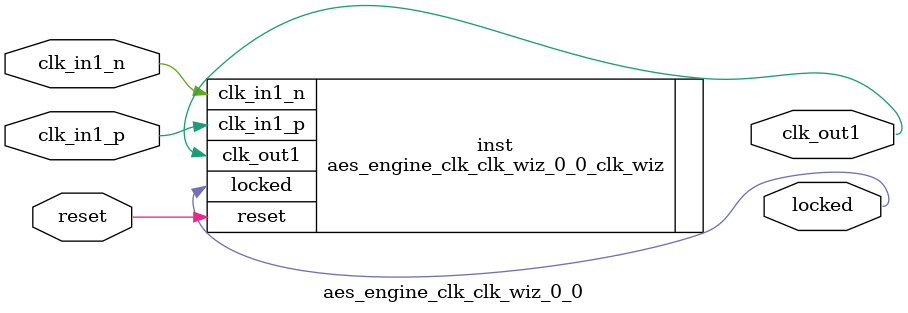
<source format=v>


`timescale 1ps/1ps

(* CORE_GENERATION_INFO = "aes_engine_clk_clk_wiz_0_0,clk_wiz_v6_0_9_0_0,{component_name=aes_engine_clk_clk_wiz_0_0,use_phase_alignment=false,use_min_o_jitter=false,use_max_i_jitter=false,use_dyn_phase_shift=false,use_inclk_switchover=false,use_dyn_reconfig=false,enable_axi=0,feedback_source=FDBK_AUTO,PRIMITIVE=PLL,num_out_clk=1,clkin1_period=10.000,clkin2_period=10.000,use_power_down=false,use_reset=true,use_locked=true,use_inclk_stopped=false,feedback_type=SINGLE,CLOCK_MGR_TYPE=NA,manual_override=false}" *)

module aes_engine_clk_clk_wiz_0_0 
 (
  // Clock out ports
  output        clk_out1,
  // Status and control signals
  input         reset,
  output        locked,
 // Clock in ports
  input         clk_in1_p,
  input         clk_in1_n
 );

  aes_engine_clk_clk_wiz_0_0_clk_wiz inst
  (
  // Clock out ports  
  .clk_out1(clk_out1),
  // Status and control signals               
  .reset(reset), 
  .locked(locked),
 // Clock in ports
  .clk_in1_p(clk_in1_p),
  .clk_in1_n(clk_in1_n)
  );

endmodule

</source>
